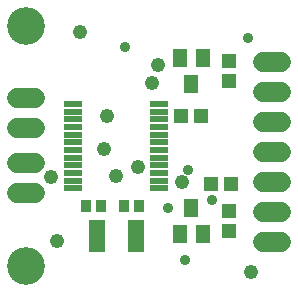
<source format=gbr>
G04 EAGLE Gerber RS-274X export*
G75*
%MOMM*%
%FSLAX34Y34*%
%LPD*%
%INSoldermask Top*%
%IPPOS*%
%AMOC8*
5,1,8,0,0,1.08239X$1,22.5*%
G01*
%ADD10C,3.203200*%
%ADD11R,1.600200X0.551200*%
%ADD12R,0.903200X1.103200*%
%ADD13R,1.403200X2.703200*%
%ADD14R,1.203200X1.603200*%
%ADD15R,1.303200X1.203200*%
%ADD16R,1.203200X1.303200*%
%ADD17C,1.727200*%
%ADD18C,1.219200*%
%ADD19C,0.914400*%


D10*
X25400Y25400D03*
X25400Y228600D03*
D11*
X138160Y162750D03*
X138160Y156250D03*
X138160Y149750D03*
X138160Y136750D03*
X138160Y143250D03*
X138160Y130250D03*
X138160Y123750D03*
X138160Y117250D03*
X138160Y110750D03*
X138160Y104250D03*
X65040Y162750D03*
X65040Y156250D03*
X65040Y149750D03*
X65040Y143250D03*
X65040Y136750D03*
X65040Y130250D03*
X65040Y123750D03*
X65040Y117250D03*
X65040Y110750D03*
X65040Y104250D03*
X65040Y97750D03*
X65040Y91250D03*
X138160Y91250D03*
X138160Y97750D03*
D12*
X120800Y76200D03*
X107800Y76200D03*
X76050Y76200D03*
X89050Y76200D03*
D13*
X85100Y50800D03*
X118100Y50800D03*
D14*
X165100Y179500D03*
X155600Y201500D03*
X174600Y201500D03*
X165100Y74500D03*
X174600Y52500D03*
X155600Y52500D03*
D15*
X196850Y72000D03*
X196850Y55000D03*
D16*
X156600Y152400D03*
X173600Y152400D03*
D15*
X196850Y199000D03*
X196850Y182000D03*
D16*
X182000Y95250D03*
X199000Y95250D03*
D17*
X33020Y168100D02*
X17780Y168100D01*
X17780Y142700D02*
X33020Y142700D01*
X33020Y87100D02*
X17780Y87100D01*
X17780Y112500D02*
X33020Y112500D01*
X226060Y198120D02*
X241300Y198120D01*
X241300Y172720D02*
X226060Y172720D01*
X226060Y147320D02*
X241300Y147320D01*
X241300Y121920D02*
X226060Y121920D01*
X226060Y96520D02*
X241300Y96520D01*
X241300Y71120D02*
X226060Y71120D01*
X226060Y45720D02*
X241300Y45720D01*
D18*
X51054Y46736D03*
X215900Y20320D03*
X70866Y223266D03*
X137160Y195580D03*
X93980Y152400D03*
X91440Y124460D03*
X45974Y101092D03*
X157480Y96520D03*
X101600Y101600D03*
X132080Y180340D03*
D19*
X162560Y106680D03*
X160020Y30480D03*
X182880Y81280D03*
X109220Y210820D03*
X213360Y218440D03*
X145415Y74295D03*
D18*
X119888Y109728D03*
M02*

</source>
